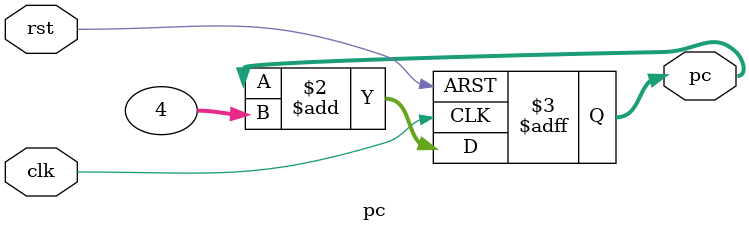
<source format=v>
module pc(
    input clk,rst,
    output  reg [31:0]pc
);
           
    always @(posedge clk, posedge rst) begin
        if (rst) pc <= 32'h0;
        else pc <= pc + 4;
    end
    
endmodule

</source>
